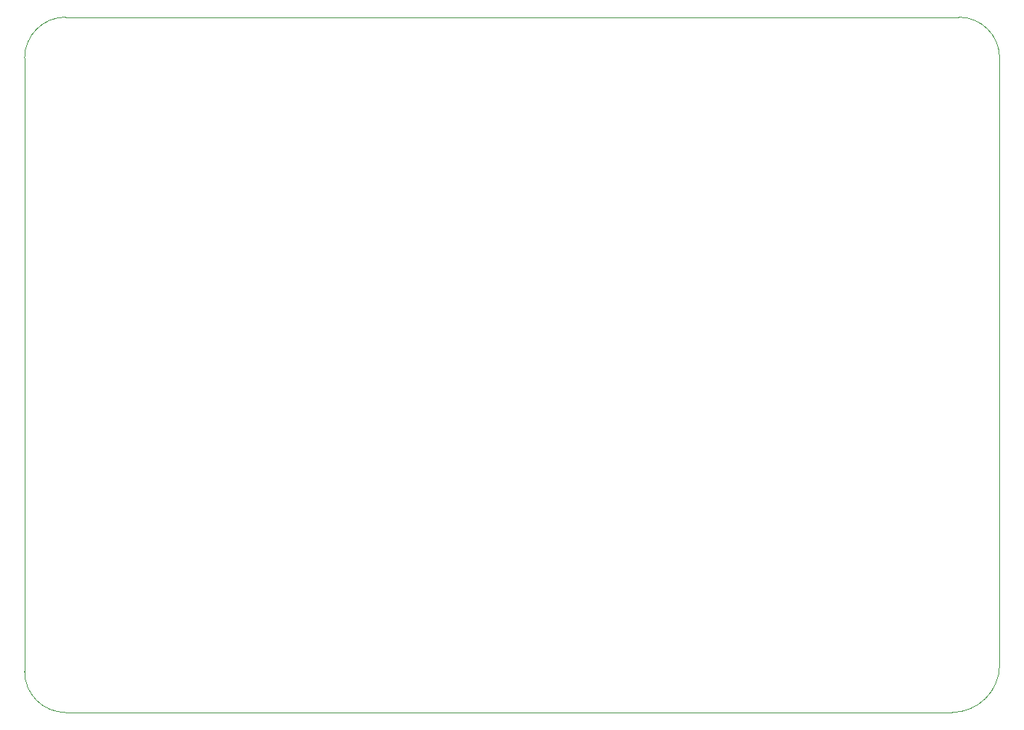
<source format=gm1>
G04 #@! TF.GenerationSoftware,KiCad,Pcbnew,(5.1.9-0-10_14)*
G04 #@! TF.CreationDate,2021-01-09T16:16:36-06:00*
G04 #@! TF.ProjectId,16-key,31362d6b-6579-42e6-9b69-6361645f7063,rev?*
G04 #@! TF.SameCoordinates,Original*
G04 #@! TF.FileFunction,Profile,NP*
%FSLAX46Y46*%
G04 Gerber Fmt 4.6, Leading zero omitted, Abs format (unit mm)*
G04 Created by KiCad (PCBNEW (5.1.9-0-10_14)) date 2021-01-09 16:16:36*
%MOMM*%
%LPD*%
G01*
G04 APERTURE LIST*
G04 #@! TA.AperFunction,Profile*
%ADD10C,0.050000*%
G04 #@! TD*
G04 APERTURE END LIST*
D10*
X197643750Y-26193750D02*
X197643750Y-96837500D01*
X88900000Y-21431250D02*
X192881250Y-21431250D01*
X192881250Y-21431250D02*
G75*
G02*
X197643750Y-26193750I0J-4762500D01*
G01*
X84137500Y-97631250D02*
X84137500Y-26193750D01*
X88900000Y-102393750D02*
X192087500Y-102393750D01*
X197643750Y-96837500D02*
G75*
G02*
X192087500Y-102393750I-5556250J0D01*
G01*
X88900000Y-102393750D02*
G75*
G02*
X84137500Y-97631250I0J4762500D01*
G01*
X84137500Y-26193750D02*
G75*
G02*
X88900000Y-21431250I4762500J0D01*
G01*
M02*

</source>
